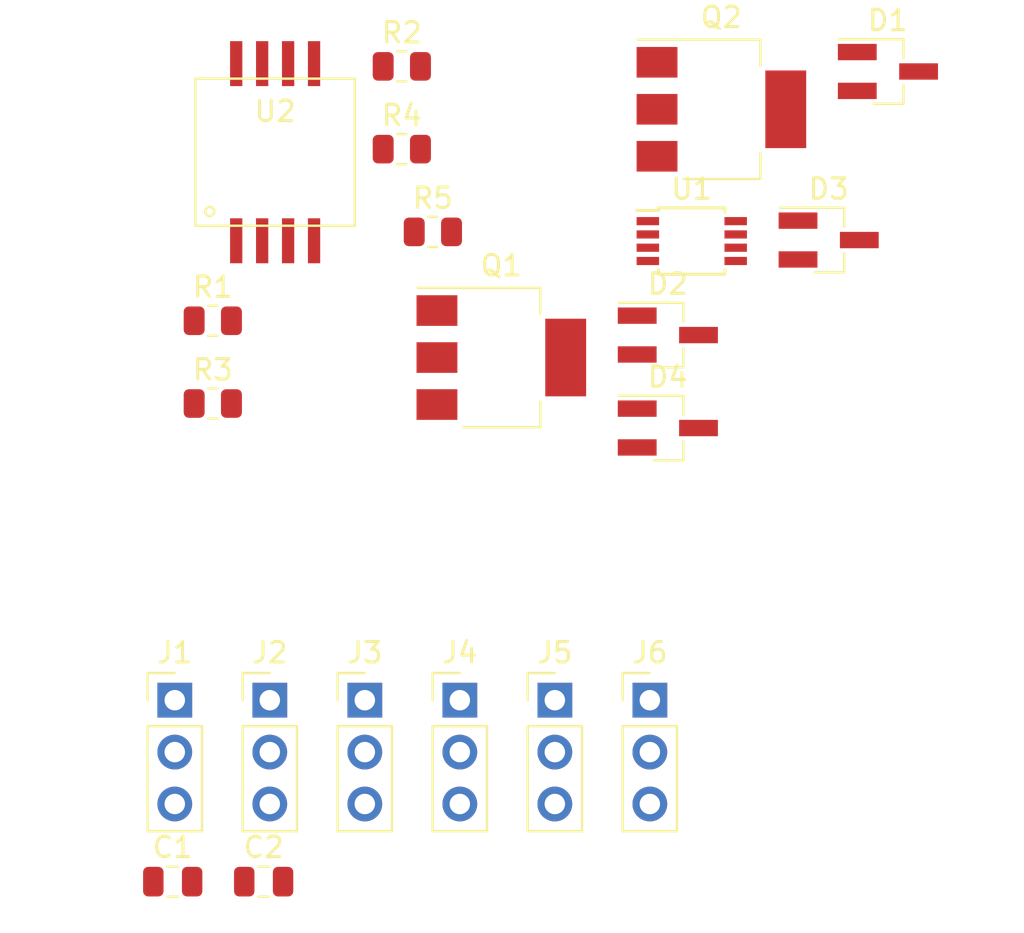
<source format=kicad_pcb>
(kicad_pcb (version 20171130) (host pcbnew "(5.1.9-0-10_14)")

  (general
    (thickness 1.6)
    (drawings 0)
    (tracks 0)
    (zones 0)
    (modules 21)
    (nets 16)
  )

  (page A4)
  (title_block
    (title "TMP108 Temperature Module")
    (date 2020-09-16)
    (rev 1.0)
    (company "PDJR <preeve@pdjr.eu>")
  )

  (layers
    (0 F.Cu signal)
    (31 B.Cu signal)
    (33 F.Adhes user)
    (35 F.Paste user)
    (37 F.SilkS user)
    (38 B.Mask user)
    (39 F.Mask user)
    (40 Dwgs.User user)
    (41 Cmts.User user)
    (42 Eco1.User user)
    (43 Eco2.User user)
    (44 Edge.Cuts user)
    (45 Margin user)
    (46 B.CrtYd user)
    (47 F.CrtYd user)
    (49 F.Fab user)
  )

  (setup
    (last_trace_width 0.25)
    (user_trace_width 0.5)
    (user_trace_width 0.75)
    (user_trace_width 1)
    (user_trace_width 1.5)
    (user_trace_width 2)
    (trace_clearance 0.2)
    (zone_clearance 0.508)
    (zone_45_only no)
    (trace_min 0.2)
    (via_size 0.8)
    (via_drill 0.4)
    (via_min_size 0.4)
    (via_min_drill 0.3)
    (uvia_size 0.3)
    (uvia_drill 0.1)
    (uvias_allowed no)
    (uvia_min_size 0.2)
    (uvia_min_drill 0.1)
    (edge_width 0.1)
    (segment_width 0.2)
    (pcb_text_width 0.3)
    (pcb_text_size 1.5 1.5)
    (mod_edge_width 0.15)
    (mod_text_size 1 1)
    (mod_text_width 0.15)
    (pad_size 1.7 1.7)
    (pad_drill 1)
    (pad_to_mask_clearance 0)
    (aux_axis_origin 0 0)
    (grid_origin 100 0)
    (visible_elements FFFFFF7F)
    (pcbplotparams
      (layerselection 0x010e0_ffffffff)
      (usegerberextensions true)
      (usegerberattributes false)
      (usegerberadvancedattributes false)
      (creategerberjobfile false)
      (excludeedgelayer true)
      (linewidth 0.100000)
      (plotframeref false)
      (viasonmask false)
      (mode 1)
      (useauxorigin false)
      (hpglpennumber 1)
      (hpglpenspeed 20)
      (hpglpendiameter 15.000000)
      (psnegative false)
      (psa4output false)
      (plotreference true)
      (plotvalue true)
      (plotinvisibletext false)
      (padsonsilk false)
      (subtractmaskfromsilk false)
      (outputformat 1)
      (mirror false)
      (drillshape 0)
      (scaleselection 1)
      (outputdirectory "gerber/"))
  )

  (net 0 "")
  (net 1 GND)
  (net 2 +5V)
  (net 3 "Net-(D1-Pad2)")
  (net 4 "Net-(D3-Pad2)")
  (net 5 "Net-(C2-Pad2)")
  (net 6 "Net-(C2-Pad1)")
  (net 7 /D23)
  (net 8 "Net-(C1-Pad1)")
  (net 9 "Net-(Q2-Pad1)")
  (net 10 "Net-(Q2-Pad2)")
  (net 11 "Net-(J1-Pad2)")
  (net 12 "Net-(J1-Pad3)")
  (net 13 "Net-(U1-Pad8)")
  (net 14 "Net-(U1-Pad6)")
  (net 15 "Net-(U1-Pad1)")

  (net_class Default "This is the default net class."
    (clearance 0.2)
    (trace_width 0.25)
    (via_dia 0.8)
    (via_drill 0.4)
    (uvia_dia 0.3)
    (uvia_drill 0.1)
    (add_net +5V)
    (add_net /D23)
    (add_net GND)
    (add_net "Net-(C1-Pad1)")
    (add_net "Net-(C2-Pad1)")
    (add_net "Net-(C2-Pad2)")
    (add_net "Net-(D1-Pad2)")
    (add_net "Net-(D3-Pad2)")
    (add_net "Net-(J1-Pad2)")
    (add_net "Net-(J1-Pad3)")
    (add_net "Net-(Q2-Pad1)")
    (add_net "Net-(Q2-Pad2)")
    (add_net "Net-(U1-Pad1)")
    (add_net "Net-(U1-Pad6)")
    (add_net "Net-(U1-Pad8)")
  )

  (module Resistor_SMD:R_0805_2012Metric (layer F.Cu) (tedit 5F68FEEE) (tstamp 63AD518C)
    (at 260.864 115.8254)
    (descr "Resistor SMD 0805 (2012 Metric), square (rectangular) end terminal, IPC_7351 nominal, (Body size source: IPC-SM-782 page 72, https://www.pcb-3d.com/wordpress/wp-content/uploads/ipc-sm-782a_amendment_1_and_2.pdf), generated with kicad-footprint-generator")
    (tags resistor)
    (path /63B1243B)
    (attr smd)
    (fp_text reference R5 (at 0 -1.65) (layer F.SilkS)
      (effects (font (size 1 1) (thickness 0.15)))
    )
    (fp_text value 10K (at 0 1.65) (layer F.Fab)
      (effects (font (size 1 1) (thickness 0.15)))
    )
    (fp_text user %R (at 0 0) (layer F.Fab)
      (effects (font (size 0.5 0.5) (thickness 0.08)))
    )
    (fp_line (start -1 0.625) (end -1 -0.625) (layer F.Fab) (width 0.1))
    (fp_line (start -1 -0.625) (end 1 -0.625) (layer F.Fab) (width 0.1))
    (fp_line (start 1 -0.625) (end 1 0.625) (layer F.Fab) (width 0.1))
    (fp_line (start 1 0.625) (end -1 0.625) (layer F.Fab) (width 0.1))
    (fp_line (start -0.227064 -0.735) (end 0.227064 -0.735) (layer F.SilkS) (width 0.12))
    (fp_line (start -0.227064 0.735) (end 0.227064 0.735) (layer F.SilkS) (width 0.12))
    (fp_line (start -1.68 0.95) (end -1.68 -0.95) (layer F.CrtYd) (width 0.05))
    (fp_line (start -1.68 -0.95) (end 1.68 -0.95) (layer F.CrtYd) (width 0.05))
    (fp_line (start 1.68 -0.95) (end 1.68 0.95) (layer F.CrtYd) (width 0.05))
    (fp_line (start 1.68 0.95) (end -1.68 0.95) (layer F.CrtYd) (width 0.05))
    (pad 2 smd roundrect (at 0.9125 0) (size 1.025 1.4) (layers F.Cu F.Paste F.Mask) (roundrect_rratio 0.243902)
      (net 12 "Net-(J1-Pad3)"))
    (pad 1 smd roundrect (at -0.9125 0) (size 1.025 1.4) (layers F.Cu F.Paste F.Mask) (roundrect_rratio 0.243902)
      (net 10 "Net-(Q2-Pad2)"))
    (model ${KISYS3DMOD}/Resistor_SMD.3dshapes/R_0805_2012Metric.wrl
      (at (xyz 0 0 0))
      (scale (xyz 1 1 1))
      (rotate (xyz 0 0 0))
    )
  )

  (module Resistor_SMD:R_0805_2012Metric (layer F.Cu) (tedit 5F68FEEE) (tstamp 63AD5175)
    (at 259.344 111.7754)
    (descr "Resistor SMD 0805 (2012 Metric), square (rectangular) end terminal, IPC_7351 nominal, (Body size source: IPC-SM-782 page 72, https://www.pcb-3d.com/wordpress/wp-content/uploads/ipc-sm-782a_amendment_1_and_2.pdf), generated with kicad-footprint-generator")
    (tags resistor)
    (path /63B1D1C0)
    (attr smd)
    (fp_text reference R4 (at 0 -1.65) (layer F.SilkS)
      (effects (font (size 1 1) (thickness 0.15)))
    )
    (fp_text value 1K (at 0 1.65) (layer F.Fab)
      (effects (font (size 1 1) (thickness 0.15)))
    )
    (fp_text user %R (at 0 0) (layer F.Fab)
      (effects (font (size 0.5 0.5) (thickness 0.08)))
    )
    (fp_line (start -1 0.625) (end -1 -0.625) (layer F.Fab) (width 0.1))
    (fp_line (start -1 -0.625) (end 1 -0.625) (layer F.Fab) (width 0.1))
    (fp_line (start 1 -0.625) (end 1 0.625) (layer F.Fab) (width 0.1))
    (fp_line (start 1 0.625) (end -1 0.625) (layer F.Fab) (width 0.1))
    (fp_line (start -0.227064 -0.735) (end 0.227064 -0.735) (layer F.SilkS) (width 0.12))
    (fp_line (start -0.227064 0.735) (end 0.227064 0.735) (layer F.SilkS) (width 0.12))
    (fp_line (start -1.68 0.95) (end -1.68 -0.95) (layer F.CrtYd) (width 0.05))
    (fp_line (start -1.68 -0.95) (end 1.68 -0.95) (layer F.CrtYd) (width 0.05))
    (fp_line (start 1.68 -0.95) (end 1.68 0.95) (layer F.CrtYd) (width 0.05))
    (fp_line (start 1.68 0.95) (end -1.68 0.95) (layer F.CrtYd) (width 0.05))
    (pad 2 smd roundrect (at 0.9125 0) (size 1.025 1.4) (layers F.Cu F.Paste F.Mask) (roundrect_rratio 0.243902)
      (net 11 "Net-(J1-Pad2)"))
    (pad 1 smd roundrect (at -0.9125 0) (size 1.025 1.4) (layers F.Cu F.Paste F.Mask) (roundrect_rratio 0.243902)
      (net 5 "Net-(C2-Pad2)"))
    (model ${KISYS3DMOD}/Resistor_SMD.3dshapes/R_0805_2012Metric.wrl
      (at (xyz 0 0 0))
      (scale (xyz 1 1 1))
      (rotate (xyz 0 0 0))
    )
  )

  (module Resistor_SMD:R_0805_2012Metric (layer F.Cu) (tedit 5F68FEEE) (tstamp 63AD515E)
    (at 250.094 124.2254)
    (descr "Resistor SMD 0805 (2012 Metric), square (rectangular) end terminal, IPC_7351 nominal, (Body size source: IPC-SM-782 page 72, https://www.pcb-3d.com/wordpress/wp-content/uploads/ipc-sm-782a_amendment_1_and_2.pdf), generated with kicad-footprint-generator")
    (tags resistor)
    (path /63AEEA36)
    (attr smd)
    (fp_text reference R3 (at 0 -1.65) (layer F.SilkS)
      (effects (font (size 1 1) (thickness 0.15)))
    )
    (fp_text value 390R (at 0 1.65) (layer F.Fab)
      (effects (font (size 1 1) (thickness 0.15)))
    )
    (fp_text user %R (at 0 0) (layer F.Fab)
      (effects (font (size 0.5 0.5) (thickness 0.08)))
    )
    (fp_line (start -1 0.625) (end -1 -0.625) (layer F.Fab) (width 0.1))
    (fp_line (start -1 -0.625) (end 1 -0.625) (layer F.Fab) (width 0.1))
    (fp_line (start 1 -0.625) (end 1 0.625) (layer F.Fab) (width 0.1))
    (fp_line (start 1 0.625) (end -1 0.625) (layer F.Fab) (width 0.1))
    (fp_line (start -0.227064 -0.735) (end 0.227064 -0.735) (layer F.SilkS) (width 0.12))
    (fp_line (start -0.227064 0.735) (end 0.227064 0.735) (layer F.SilkS) (width 0.12))
    (fp_line (start -1.68 0.95) (end -1.68 -0.95) (layer F.CrtYd) (width 0.05))
    (fp_line (start -1.68 -0.95) (end 1.68 -0.95) (layer F.CrtYd) (width 0.05))
    (fp_line (start 1.68 -0.95) (end 1.68 0.95) (layer F.CrtYd) (width 0.05))
    (fp_line (start 1.68 0.95) (end -1.68 0.95) (layer F.CrtYd) (width 0.05))
    (pad 2 smd roundrect (at 0.9125 0) (size 1.025 1.4) (layers F.Cu F.Paste F.Mask) (roundrect_rratio 0.243902)
      (net 9 "Net-(Q2-Pad1)"))
    (pad 1 smd roundrect (at -0.9125 0) (size 1.025 1.4) (layers F.Cu F.Paste F.Mask) (roundrect_rratio 0.243902)
      (net 5 "Net-(C2-Pad2)"))
    (model ${KISYS3DMOD}/Resistor_SMD.3dshapes/R_0805_2012Metric.wrl
      (at (xyz 0 0 0))
      (scale (xyz 1 1 1))
      (rotate (xyz 0 0 0))
    )
  )

  (module Resistor_SMD:R_0805_2012Metric (layer F.Cu) (tedit 5F68FEEE) (tstamp 63AD5147)
    (at 259.344 107.7254)
    (descr "Resistor SMD 0805 (2012 Metric), square (rectangular) end terminal, IPC_7351 nominal, (Body size source: IPC-SM-782 page 72, https://www.pcb-3d.com/wordpress/wp-content/uploads/ipc-sm-782a_amendment_1_and_2.pdf), generated with kicad-footprint-generator")
    (tags resistor)
    (path /63AF038D)
    (attr smd)
    (fp_text reference R2 (at 0 -1.65) (layer F.SilkS)
      (effects (font (size 1 1) (thickness 0.15)))
    )
    (fp_text value 75R (at 0 1.65) (layer F.Fab)
      (effects (font (size 1 1) (thickness 0.15)))
    )
    (fp_text user %R (at 0 0) (layer F.Fab)
      (effects (font (size 0.5 0.5) (thickness 0.08)))
    )
    (fp_line (start -1 0.625) (end -1 -0.625) (layer F.Fab) (width 0.1))
    (fp_line (start -1 -0.625) (end 1 -0.625) (layer F.Fab) (width 0.1))
    (fp_line (start 1 -0.625) (end 1 0.625) (layer F.Fab) (width 0.1))
    (fp_line (start 1 0.625) (end -1 0.625) (layer F.Fab) (width 0.1))
    (fp_line (start -0.227064 -0.735) (end 0.227064 -0.735) (layer F.SilkS) (width 0.12))
    (fp_line (start -0.227064 0.735) (end 0.227064 0.735) (layer F.SilkS) (width 0.12))
    (fp_line (start -1.68 0.95) (end -1.68 -0.95) (layer F.CrtYd) (width 0.05))
    (fp_line (start -1.68 -0.95) (end 1.68 -0.95) (layer F.CrtYd) (width 0.05))
    (fp_line (start 1.68 -0.95) (end 1.68 0.95) (layer F.CrtYd) (width 0.05))
    (fp_line (start 1.68 0.95) (end -1.68 0.95) (layer F.CrtYd) (width 0.05))
    (pad 2 smd roundrect (at 0.9125 0) (size 1.025 1.4) (layers F.Cu F.Paste F.Mask) (roundrect_rratio 0.243902)
      (net 8 "Net-(C1-Pad1)"))
    (pad 1 smd roundrect (at -0.9125 0) (size 1.025 1.4) (layers F.Cu F.Paste F.Mask) (roundrect_rratio 0.243902)
      (net 1 GND))
    (model ${KISYS3DMOD}/Resistor_SMD.3dshapes/R_0805_2012Metric.wrl
      (at (xyz 0 0 0))
      (scale (xyz 1 1 1))
      (rotate (xyz 0 0 0))
    )
  )

  (module Resistor_SMD:R_0805_2012Metric (layer F.Cu) (tedit 5F68FEEE) (tstamp 63AD5130)
    (at 250.094 120.1754)
    (descr "Resistor SMD 0805 (2012 Metric), square (rectangular) end terminal, IPC_7351 nominal, (Body size source: IPC-SM-782 page 72, https://www.pcb-3d.com/wordpress/wp-content/uploads/ipc-sm-782a_amendment_1_and_2.pdf), generated with kicad-footprint-generator")
    (tags resistor)
    (path /63AD34A5)
    (attr smd)
    (fp_text reference R1 (at 0 -1.65) (layer F.SilkS)
      (effects (font (size 1 1) (thickness 0.15)))
    )
    (fp_text value 2K2 (at 0 1.65) (layer F.Fab)
      (effects (font (size 1 1) (thickness 0.15)))
    )
    (fp_text user %R (at 0 0) (layer F.Fab)
      (effects (font (size 0.5 0.5) (thickness 0.08)))
    )
    (fp_line (start -1 0.625) (end -1 -0.625) (layer F.Fab) (width 0.1))
    (fp_line (start -1 -0.625) (end 1 -0.625) (layer F.Fab) (width 0.1))
    (fp_line (start 1 -0.625) (end 1 0.625) (layer F.Fab) (width 0.1))
    (fp_line (start 1 0.625) (end -1 0.625) (layer F.Fab) (width 0.1))
    (fp_line (start -0.227064 -0.735) (end 0.227064 -0.735) (layer F.SilkS) (width 0.12))
    (fp_line (start -0.227064 0.735) (end 0.227064 0.735) (layer F.SilkS) (width 0.12))
    (fp_line (start -1.68 0.95) (end -1.68 -0.95) (layer F.CrtYd) (width 0.05))
    (fp_line (start -1.68 -0.95) (end 1.68 -0.95) (layer F.CrtYd) (width 0.05))
    (fp_line (start 1.68 -0.95) (end 1.68 0.95) (layer F.CrtYd) (width 0.05))
    (fp_line (start 1.68 0.95) (end -1.68 0.95) (layer F.CrtYd) (width 0.05))
    (pad 2 smd roundrect (at 0.9125 0) (size 1.025 1.4) (layers F.Cu F.Paste F.Mask) (roundrect_rratio 0.243902)
      (net 2 +5V))
    (pad 1 smd roundrect (at -0.9125 0) (size 1.025 1.4) (layers F.Cu F.Paste F.Mask) (roundrect_rratio 0.243902)
      (net 7 /D23))
    (model ${KISYS3DMOD}/Resistor_SMD.3dshapes/R_0805_2012Metric.wrl
      (at (xyz 0 0 0))
      (scale (xyz 1 1 1))
      (rotate (xyz 0 0 0))
    )
  )

  (module Connector_PinHeader_2.54mm:PinHeader_1x03_P2.54mm_Vertical (layer F.Cu) (tedit 59FED5CC) (tstamp 63ADA789)
    (at 271.4828 138.7448)
    (descr "Through hole straight pin header, 1x03, 2.54mm pitch, single row")
    (tags "Through hole pin header THT 1x03 2.54mm single row")
    (path /63ADAC5C)
    (fp_text reference J6 (at 0 -2.33) (layer F.SilkS)
      (effects (font (size 1 1) (thickness 0.15)))
    )
    (fp_text value Screw_Terminal_01x03 (at 0 7.41) (layer F.Fab)
      (effects (font (size 1 1) (thickness 0.15)))
    )
    (fp_text user %R (at 0 2.54 90) (layer F.Fab)
      (effects (font (size 1 1) (thickness 0.15)))
    )
    (fp_line (start -0.635 -1.27) (end 1.27 -1.27) (layer F.Fab) (width 0.1))
    (fp_line (start 1.27 -1.27) (end 1.27 6.35) (layer F.Fab) (width 0.1))
    (fp_line (start 1.27 6.35) (end -1.27 6.35) (layer F.Fab) (width 0.1))
    (fp_line (start -1.27 6.35) (end -1.27 -0.635) (layer F.Fab) (width 0.1))
    (fp_line (start -1.27 -0.635) (end -0.635 -1.27) (layer F.Fab) (width 0.1))
    (fp_line (start -1.33 6.41) (end 1.33 6.41) (layer F.SilkS) (width 0.12))
    (fp_line (start -1.33 1.27) (end -1.33 6.41) (layer F.SilkS) (width 0.12))
    (fp_line (start 1.33 1.27) (end 1.33 6.41) (layer F.SilkS) (width 0.12))
    (fp_line (start -1.33 1.27) (end 1.33 1.27) (layer F.SilkS) (width 0.12))
    (fp_line (start -1.33 0) (end -1.33 -1.33) (layer F.SilkS) (width 0.12))
    (fp_line (start -1.33 -1.33) (end 0 -1.33) (layer F.SilkS) (width 0.12))
    (fp_line (start -1.8 -1.8) (end -1.8 6.85) (layer F.CrtYd) (width 0.05))
    (fp_line (start -1.8 6.85) (end 1.8 6.85) (layer F.CrtYd) (width 0.05))
    (fp_line (start 1.8 6.85) (end 1.8 -1.8) (layer F.CrtYd) (width 0.05))
    (fp_line (start 1.8 -1.8) (end -1.8 -1.8) (layer F.CrtYd) (width 0.05))
    (pad 3 thru_hole oval (at 0 5.08) (size 1.7 1.7) (drill 1) (layers *.Cu *.Mask)
      (net 12 "Net-(J1-Pad3)"))
    (pad 2 thru_hole oval (at 0 2.54) (size 1.7 1.7) (drill 1) (layers *.Cu *.Mask)
      (net 11 "Net-(J1-Pad2)"))
    (pad 1 thru_hole rect (at 0 0) (size 1.7 1.7) (drill 1) (layers *.Cu *.Mask)
      (net 6 "Net-(C2-Pad1)"))
    (model ${KISYS3DMOD}/Connector_PinHeader_2.54mm.3dshapes/PinHeader_1x03_P2.54mm_Vertical.wrl
      (at (xyz 0 0 0))
      (scale (xyz 1 1 1))
      (rotate (xyz 0 0 0))
    )
  )

  (module Connector_PinHeader_2.54mm:PinHeader_1x03_P2.54mm_Vertical (layer F.Cu) (tedit 59FED5CC) (tstamp 63ADA772)
    (at 266.8328 138.7448)
    (descr "Through hole straight pin header, 1x03, 2.54mm pitch, single row")
    (tags "Through hole pin header THT 1x03 2.54mm single row")
    (path /63ADA5C9)
    (fp_text reference J5 (at 0 -2.33) (layer F.SilkS)
      (effects (font (size 1 1) (thickness 0.15)))
    )
    (fp_text value Screw_Terminal_01x03 (at 0 7.41) (layer F.Fab)
      (effects (font (size 1 1) (thickness 0.15)))
    )
    (fp_text user %R (at 0 2.54 90) (layer F.Fab)
      (effects (font (size 1 1) (thickness 0.15)))
    )
    (fp_line (start -0.635 -1.27) (end 1.27 -1.27) (layer F.Fab) (width 0.1))
    (fp_line (start 1.27 -1.27) (end 1.27 6.35) (layer F.Fab) (width 0.1))
    (fp_line (start 1.27 6.35) (end -1.27 6.35) (layer F.Fab) (width 0.1))
    (fp_line (start -1.27 6.35) (end -1.27 -0.635) (layer F.Fab) (width 0.1))
    (fp_line (start -1.27 -0.635) (end -0.635 -1.27) (layer F.Fab) (width 0.1))
    (fp_line (start -1.33 6.41) (end 1.33 6.41) (layer F.SilkS) (width 0.12))
    (fp_line (start -1.33 1.27) (end -1.33 6.41) (layer F.SilkS) (width 0.12))
    (fp_line (start 1.33 1.27) (end 1.33 6.41) (layer F.SilkS) (width 0.12))
    (fp_line (start -1.33 1.27) (end 1.33 1.27) (layer F.SilkS) (width 0.12))
    (fp_line (start -1.33 0) (end -1.33 -1.33) (layer F.SilkS) (width 0.12))
    (fp_line (start -1.33 -1.33) (end 0 -1.33) (layer F.SilkS) (width 0.12))
    (fp_line (start -1.8 -1.8) (end -1.8 6.85) (layer F.CrtYd) (width 0.05))
    (fp_line (start -1.8 6.85) (end 1.8 6.85) (layer F.CrtYd) (width 0.05))
    (fp_line (start 1.8 6.85) (end 1.8 -1.8) (layer F.CrtYd) (width 0.05))
    (fp_line (start 1.8 -1.8) (end -1.8 -1.8) (layer F.CrtYd) (width 0.05))
    (pad 3 thru_hole oval (at 0 5.08) (size 1.7 1.7) (drill 1) (layers *.Cu *.Mask)
      (net 12 "Net-(J1-Pad3)"))
    (pad 2 thru_hole oval (at 0 2.54) (size 1.7 1.7) (drill 1) (layers *.Cu *.Mask)
      (net 11 "Net-(J1-Pad2)"))
    (pad 1 thru_hole rect (at 0 0) (size 1.7 1.7) (drill 1) (layers *.Cu *.Mask)
      (net 6 "Net-(C2-Pad1)"))
    (model ${KISYS3DMOD}/Connector_PinHeader_2.54mm.3dshapes/PinHeader_1x03_P2.54mm_Vertical.wrl
      (at (xyz 0 0 0))
      (scale (xyz 1 1 1))
      (rotate (xyz 0 0 0))
    )
  )

  (module Connector_PinHeader_2.54mm:PinHeader_1x03_P2.54mm_Vertical (layer F.Cu) (tedit 59FED5CC) (tstamp 63ADA75B)
    (at 262.1828 138.7448)
    (descr "Through hole straight pin header, 1x03, 2.54mm pitch, single row")
    (tags "Through hole pin header THT 1x03 2.54mm single row")
    (path /63AD9EB1)
    (fp_text reference J4 (at 0 -2.33) (layer F.SilkS)
      (effects (font (size 1 1) (thickness 0.15)))
    )
    (fp_text value Screw_Terminal_01x03 (at 0 7.41) (layer F.Fab)
      (effects (font (size 1 1) (thickness 0.15)))
    )
    (fp_text user %R (at 0 2.54 90) (layer F.Fab)
      (effects (font (size 1 1) (thickness 0.15)))
    )
    (fp_line (start -0.635 -1.27) (end 1.27 -1.27) (layer F.Fab) (width 0.1))
    (fp_line (start 1.27 -1.27) (end 1.27 6.35) (layer F.Fab) (width 0.1))
    (fp_line (start 1.27 6.35) (end -1.27 6.35) (layer F.Fab) (width 0.1))
    (fp_line (start -1.27 6.35) (end -1.27 -0.635) (layer F.Fab) (width 0.1))
    (fp_line (start -1.27 -0.635) (end -0.635 -1.27) (layer F.Fab) (width 0.1))
    (fp_line (start -1.33 6.41) (end 1.33 6.41) (layer F.SilkS) (width 0.12))
    (fp_line (start -1.33 1.27) (end -1.33 6.41) (layer F.SilkS) (width 0.12))
    (fp_line (start 1.33 1.27) (end 1.33 6.41) (layer F.SilkS) (width 0.12))
    (fp_line (start -1.33 1.27) (end 1.33 1.27) (layer F.SilkS) (width 0.12))
    (fp_line (start -1.33 0) (end -1.33 -1.33) (layer F.SilkS) (width 0.12))
    (fp_line (start -1.33 -1.33) (end 0 -1.33) (layer F.SilkS) (width 0.12))
    (fp_line (start -1.8 -1.8) (end -1.8 6.85) (layer F.CrtYd) (width 0.05))
    (fp_line (start -1.8 6.85) (end 1.8 6.85) (layer F.CrtYd) (width 0.05))
    (fp_line (start 1.8 6.85) (end 1.8 -1.8) (layer F.CrtYd) (width 0.05))
    (fp_line (start 1.8 -1.8) (end -1.8 -1.8) (layer F.CrtYd) (width 0.05))
    (pad 3 thru_hole oval (at 0 5.08) (size 1.7 1.7) (drill 1) (layers *.Cu *.Mask)
      (net 12 "Net-(J1-Pad3)"))
    (pad 2 thru_hole oval (at 0 2.54) (size 1.7 1.7) (drill 1) (layers *.Cu *.Mask)
      (net 11 "Net-(J1-Pad2)"))
    (pad 1 thru_hole rect (at 0 0) (size 1.7 1.7) (drill 1) (layers *.Cu *.Mask)
      (net 6 "Net-(C2-Pad1)"))
    (model ${KISYS3DMOD}/Connector_PinHeader_2.54mm.3dshapes/PinHeader_1x03_P2.54mm_Vertical.wrl
      (at (xyz 0 0 0))
      (scale (xyz 1 1 1))
      (rotate (xyz 0 0 0))
    )
  )

  (module Connector_PinHeader_2.54mm:PinHeader_1x03_P2.54mm_Vertical (layer F.Cu) (tedit 59FED5CC) (tstamp 63ADA744)
    (at 257.5328 138.7448)
    (descr "Through hole straight pin header, 1x03, 2.54mm pitch, single row")
    (tags "Through hole pin header THT 1x03 2.54mm single row")
    (path /63AD976B)
    (fp_text reference J3 (at 0 -2.33) (layer F.SilkS)
      (effects (font (size 1 1) (thickness 0.15)))
    )
    (fp_text value Screw_Terminal_01x03 (at 0 7.41) (layer F.Fab)
      (effects (font (size 1 1) (thickness 0.15)))
    )
    (fp_text user %R (at 0 2.54 90) (layer F.Fab)
      (effects (font (size 1 1) (thickness 0.15)))
    )
    (fp_line (start -0.635 -1.27) (end 1.27 -1.27) (layer F.Fab) (width 0.1))
    (fp_line (start 1.27 -1.27) (end 1.27 6.35) (layer F.Fab) (width 0.1))
    (fp_line (start 1.27 6.35) (end -1.27 6.35) (layer F.Fab) (width 0.1))
    (fp_line (start -1.27 6.35) (end -1.27 -0.635) (layer F.Fab) (width 0.1))
    (fp_line (start -1.27 -0.635) (end -0.635 -1.27) (layer F.Fab) (width 0.1))
    (fp_line (start -1.33 6.41) (end 1.33 6.41) (layer F.SilkS) (width 0.12))
    (fp_line (start -1.33 1.27) (end -1.33 6.41) (layer F.SilkS) (width 0.12))
    (fp_line (start 1.33 1.27) (end 1.33 6.41) (layer F.SilkS) (width 0.12))
    (fp_line (start -1.33 1.27) (end 1.33 1.27) (layer F.SilkS) (width 0.12))
    (fp_line (start -1.33 0) (end -1.33 -1.33) (layer F.SilkS) (width 0.12))
    (fp_line (start -1.33 -1.33) (end 0 -1.33) (layer F.SilkS) (width 0.12))
    (fp_line (start -1.8 -1.8) (end -1.8 6.85) (layer F.CrtYd) (width 0.05))
    (fp_line (start -1.8 6.85) (end 1.8 6.85) (layer F.CrtYd) (width 0.05))
    (fp_line (start 1.8 6.85) (end 1.8 -1.8) (layer F.CrtYd) (width 0.05))
    (fp_line (start 1.8 -1.8) (end -1.8 -1.8) (layer F.CrtYd) (width 0.05))
    (pad 3 thru_hole oval (at 0 5.08) (size 1.7 1.7) (drill 1) (layers *.Cu *.Mask)
      (net 12 "Net-(J1-Pad3)"))
    (pad 2 thru_hole oval (at 0 2.54) (size 1.7 1.7) (drill 1) (layers *.Cu *.Mask)
      (net 11 "Net-(J1-Pad2)"))
    (pad 1 thru_hole rect (at 0 0) (size 1.7 1.7) (drill 1) (layers *.Cu *.Mask)
      (net 6 "Net-(C2-Pad1)"))
    (model ${KISYS3DMOD}/Connector_PinHeader_2.54mm.3dshapes/PinHeader_1x03_P2.54mm_Vertical.wrl
      (at (xyz 0 0 0))
      (scale (xyz 1 1 1))
      (rotate (xyz 0 0 0))
    )
  )

  (module Connector_PinHeader_2.54mm:PinHeader_1x03_P2.54mm_Vertical (layer F.Cu) (tedit 59FED5CC) (tstamp 63ADA72D)
    (at 252.8828 138.7448)
    (descr "Through hole straight pin header, 1x03, 2.54mm pitch, single row")
    (tags "Through hole pin header THT 1x03 2.54mm single row")
    (path /63AD8D97)
    (fp_text reference J2 (at 0 -2.33) (layer F.SilkS)
      (effects (font (size 1 1) (thickness 0.15)))
    )
    (fp_text value Screw_Terminal_01x03 (at 0 7.41) (layer F.Fab)
      (effects (font (size 1 1) (thickness 0.15)))
    )
    (fp_text user %R (at 0 2.54 90) (layer F.Fab)
      (effects (font (size 1 1) (thickness 0.15)))
    )
    (fp_line (start -0.635 -1.27) (end 1.27 -1.27) (layer F.Fab) (width 0.1))
    (fp_line (start 1.27 -1.27) (end 1.27 6.35) (layer F.Fab) (width 0.1))
    (fp_line (start 1.27 6.35) (end -1.27 6.35) (layer F.Fab) (width 0.1))
    (fp_line (start -1.27 6.35) (end -1.27 -0.635) (layer F.Fab) (width 0.1))
    (fp_line (start -1.27 -0.635) (end -0.635 -1.27) (layer F.Fab) (width 0.1))
    (fp_line (start -1.33 6.41) (end 1.33 6.41) (layer F.SilkS) (width 0.12))
    (fp_line (start -1.33 1.27) (end -1.33 6.41) (layer F.SilkS) (width 0.12))
    (fp_line (start 1.33 1.27) (end 1.33 6.41) (layer F.SilkS) (width 0.12))
    (fp_line (start -1.33 1.27) (end 1.33 1.27) (layer F.SilkS) (width 0.12))
    (fp_line (start -1.33 0) (end -1.33 -1.33) (layer F.SilkS) (width 0.12))
    (fp_line (start -1.33 -1.33) (end 0 -1.33) (layer F.SilkS) (width 0.12))
    (fp_line (start -1.8 -1.8) (end -1.8 6.85) (layer F.CrtYd) (width 0.05))
    (fp_line (start -1.8 6.85) (end 1.8 6.85) (layer F.CrtYd) (width 0.05))
    (fp_line (start 1.8 6.85) (end 1.8 -1.8) (layer F.CrtYd) (width 0.05))
    (fp_line (start 1.8 -1.8) (end -1.8 -1.8) (layer F.CrtYd) (width 0.05))
    (pad 3 thru_hole oval (at 0 5.08) (size 1.7 1.7) (drill 1) (layers *.Cu *.Mask)
      (net 12 "Net-(J1-Pad3)"))
    (pad 2 thru_hole oval (at 0 2.54) (size 1.7 1.7) (drill 1) (layers *.Cu *.Mask)
      (net 11 "Net-(J1-Pad2)"))
    (pad 1 thru_hole rect (at 0 0) (size 1.7 1.7) (drill 1) (layers *.Cu *.Mask)
      (net 6 "Net-(C2-Pad1)"))
    (model ${KISYS3DMOD}/Connector_PinHeader_2.54mm.3dshapes/PinHeader_1x03_P2.54mm_Vertical.wrl
      (at (xyz 0 0 0))
      (scale (xyz 1 1 1))
      (rotate (xyz 0 0 0))
    )
  )

  (module Connector_PinHeader_2.54mm:PinHeader_1x03_P2.54mm_Vertical (layer F.Cu) (tedit 59FED5CC) (tstamp 63ADA716)
    (at 248.2328 138.7448)
    (descr "Through hole straight pin header, 1x03, 2.54mm pitch, single row")
    (tags "Through hole pin header THT 1x03 2.54mm single row")
    (path /63AD1FF3)
    (fp_text reference J1 (at 0 -2.33) (layer F.SilkS)
      (effects (font (size 1 1) (thickness 0.15)))
    )
    (fp_text value Screw_Terminal_01x03 (at 0 7.41) (layer F.Fab)
      (effects (font (size 1 1) (thickness 0.15)))
    )
    (fp_text user %R (at 0 2.54 90) (layer F.Fab)
      (effects (font (size 1 1) (thickness 0.15)))
    )
    (fp_line (start -0.635 -1.27) (end 1.27 -1.27) (layer F.Fab) (width 0.1))
    (fp_line (start 1.27 -1.27) (end 1.27 6.35) (layer F.Fab) (width 0.1))
    (fp_line (start 1.27 6.35) (end -1.27 6.35) (layer F.Fab) (width 0.1))
    (fp_line (start -1.27 6.35) (end -1.27 -0.635) (layer F.Fab) (width 0.1))
    (fp_line (start -1.27 -0.635) (end -0.635 -1.27) (layer F.Fab) (width 0.1))
    (fp_line (start -1.33 6.41) (end 1.33 6.41) (layer F.SilkS) (width 0.12))
    (fp_line (start -1.33 1.27) (end -1.33 6.41) (layer F.SilkS) (width 0.12))
    (fp_line (start 1.33 1.27) (end 1.33 6.41) (layer F.SilkS) (width 0.12))
    (fp_line (start -1.33 1.27) (end 1.33 1.27) (layer F.SilkS) (width 0.12))
    (fp_line (start -1.33 0) (end -1.33 -1.33) (layer F.SilkS) (width 0.12))
    (fp_line (start -1.33 -1.33) (end 0 -1.33) (layer F.SilkS) (width 0.12))
    (fp_line (start -1.8 -1.8) (end -1.8 6.85) (layer F.CrtYd) (width 0.05))
    (fp_line (start -1.8 6.85) (end 1.8 6.85) (layer F.CrtYd) (width 0.05))
    (fp_line (start 1.8 6.85) (end 1.8 -1.8) (layer F.CrtYd) (width 0.05))
    (fp_line (start 1.8 -1.8) (end -1.8 -1.8) (layer F.CrtYd) (width 0.05))
    (pad 3 thru_hole oval (at 0 5.08) (size 1.7 1.7) (drill 1) (layers *.Cu *.Mask)
      (net 12 "Net-(J1-Pad3)"))
    (pad 2 thru_hole oval (at 0 2.54) (size 1.7 1.7) (drill 1) (layers *.Cu *.Mask)
      (net 11 "Net-(J1-Pad2)"))
    (pad 1 thru_hole rect (at 0 0) (size 1.7 1.7) (drill 1) (layers *.Cu *.Mask)
      (net 6 "Net-(C2-Pad1)"))
    (model ${KISYS3DMOD}/Connector_PinHeader_2.54mm.3dshapes/PinHeader_1x03_P2.54mm_Vertical.wrl
      (at (xyz 0 0 0))
      (scale (xyz 1 1 1))
      (rotate (xyz 0 0 0))
    )
  )

  (module Capacitor_SMD:C_0805_2012Metric (layer F.Cu) (tedit 5F68FEEE) (tstamp 63ADA65F)
    (at 252.5828 147.6248)
    (descr "Capacitor SMD 0805 (2012 Metric), square (rectangular) end terminal, IPC_7351 nominal, (Body size source: IPC-SM-782 page 76, https://www.pcb-3d.com/wordpress/wp-content/uploads/ipc-sm-782a_amendment_1_and_2.pdf, https://docs.google.com/spreadsheets/d/1BsfQQcO9C6DZCsRaXUlFlo91Tg2WpOkGARC1WS5S8t0/edit?usp=sharing), generated with kicad-footprint-generator")
    (tags capacitor)
    (path /63AE3F80)
    (attr smd)
    (fp_text reference C2 (at 0 -1.68) (layer F.SilkS)
      (effects (font (size 1 1) (thickness 0.15)))
    )
    (fp_text value 1nF (at 0 1.68) (layer F.Fab)
      (effects (font (size 1 1) (thickness 0.15)))
    )
    (fp_text user %R (at 0 0) (layer F.Fab)
      (effects (font (size 0.5 0.5) (thickness 0.08)))
    )
    (fp_line (start -1 0.625) (end -1 -0.625) (layer F.Fab) (width 0.1))
    (fp_line (start -1 -0.625) (end 1 -0.625) (layer F.Fab) (width 0.1))
    (fp_line (start 1 -0.625) (end 1 0.625) (layer F.Fab) (width 0.1))
    (fp_line (start 1 0.625) (end -1 0.625) (layer F.Fab) (width 0.1))
    (fp_line (start -0.261252 -0.735) (end 0.261252 -0.735) (layer F.SilkS) (width 0.12))
    (fp_line (start -0.261252 0.735) (end 0.261252 0.735) (layer F.SilkS) (width 0.12))
    (fp_line (start -1.7 0.98) (end -1.7 -0.98) (layer F.CrtYd) (width 0.05))
    (fp_line (start -1.7 -0.98) (end 1.7 -0.98) (layer F.CrtYd) (width 0.05))
    (fp_line (start 1.7 -0.98) (end 1.7 0.98) (layer F.CrtYd) (width 0.05))
    (fp_line (start 1.7 0.98) (end -1.7 0.98) (layer F.CrtYd) (width 0.05))
    (pad 2 smd roundrect (at 0.95 0) (size 1 1.45) (layers F.Cu F.Paste F.Mask) (roundrect_rratio 0.25)
      (net 5 "Net-(C2-Pad2)"))
    (pad 1 smd roundrect (at -0.95 0) (size 1 1.45) (layers F.Cu F.Paste F.Mask) (roundrect_rratio 0.25)
      (net 6 "Net-(C2-Pad1)"))
    (model ${KISYS3DMOD}/Capacitor_SMD.3dshapes/C_0805_2012Metric.wrl
      (at (xyz 0 0 0))
      (scale (xyz 1 1 1))
      (rotate (xyz 0 0 0))
    )
  )

  (module Capacitor_SMD:C_0805_2012Metric (layer F.Cu) (tedit 5F68FEEE) (tstamp 63ADA64E)
    (at 248.1328 147.6248)
    (descr "Capacitor SMD 0805 (2012 Metric), square (rectangular) end terminal, IPC_7351 nominal, (Body size source: IPC-SM-782 page 76, https://www.pcb-3d.com/wordpress/wp-content/uploads/ipc-sm-782a_amendment_1_and_2.pdf, https://docs.google.com/spreadsheets/d/1BsfQQcO9C6DZCsRaXUlFlo91Tg2WpOkGARC1WS5S8t0/edit?usp=sharing), generated with kicad-footprint-generator")
    (tags capacitor)
    (path /63AE49A1)
    (attr smd)
    (fp_text reference C1 (at 0 -1.68) (layer F.SilkS)
      (effects (font (size 1 1) (thickness 0.15)))
    )
    (fp_text value 20nF (at 0 1.68) (layer F.Fab)
      (effects (font (size 1 1) (thickness 0.15)))
    )
    (fp_text user %R (at 0 0) (layer F.Fab)
      (effects (font (size 0.5 0.5) (thickness 0.08)))
    )
    (fp_line (start -1 0.625) (end -1 -0.625) (layer F.Fab) (width 0.1))
    (fp_line (start -1 -0.625) (end 1 -0.625) (layer F.Fab) (width 0.1))
    (fp_line (start 1 -0.625) (end 1 0.625) (layer F.Fab) (width 0.1))
    (fp_line (start 1 0.625) (end -1 0.625) (layer F.Fab) (width 0.1))
    (fp_line (start -0.261252 -0.735) (end 0.261252 -0.735) (layer F.SilkS) (width 0.12))
    (fp_line (start -0.261252 0.735) (end 0.261252 0.735) (layer F.SilkS) (width 0.12))
    (fp_line (start -1.7 0.98) (end -1.7 -0.98) (layer F.CrtYd) (width 0.05))
    (fp_line (start -1.7 -0.98) (end 1.7 -0.98) (layer F.CrtYd) (width 0.05))
    (fp_line (start 1.7 -0.98) (end 1.7 0.98) (layer F.CrtYd) (width 0.05))
    (fp_line (start 1.7 0.98) (end -1.7 0.98) (layer F.CrtYd) (width 0.05))
    (pad 2 smd roundrect (at 0.95 0) (size 1 1.45) (layers F.Cu F.Paste F.Mask) (roundrect_rratio 0.25)
      (net 1 GND))
    (pad 1 smd roundrect (at -0.95 0) (size 1 1.45) (layers F.Cu F.Paste F.Mask) (roundrect_rratio 0.25)
      (net 8 "Net-(C1-Pad1)"))
    (model ${KISYS3DMOD}/Capacitor_SMD.3dshapes/C_0805_2012Metric.wrl
      (at (xyz 0 0 0))
      (scale (xyz 1 1 1))
      (rotate (xyz 0 0 0))
    )
  )

  (module PDJR-transformers:TGM-010P3RL (layer F.Cu) (tedit 63ACF0B1) (tstamp 63AD51BE)
    (at 253.144 111.9254)
    (path /63B2BF6F)
    (attr smd)
    (fp_text reference U2 (at 0 -2 180) (layer F.SilkS)
      (effects (font (size 1 1) (thickness 0.15)))
    )
    (fp_text value TGM-010P3RL (at 0 1.9) (layer F.Fab)
      (effects (font (size 1 1) (thickness 0.15)))
    )
    (fp_circle (center -3.2 2.9) (end -3.1 3.1) (layer F.SilkS) (width 0.12))
    (fp_line (start -4.1 5.69) (end -4.1 -5.7) (layer F.CrtYd) (width 0.05))
    (fp_line (start 4.1 5.7) (end -4.1 5.69) (layer F.CrtYd) (width 0.05))
    (fp_line (start 4.1 -5.7) (end 4.1 5.7) (layer F.CrtYd) (width 0.05))
    (fp_line (start -4.1 -5.7) (end 4.1 -5.7) (layer F.CrtYd) (width 0.05))
    (fp_line (start 3.9 3.6) (end -3.9 3.6) (layer F.SilkS) (width 0.12))
    (fp_line (start 3.9 -3.6) (end 3.9 3.6) (layer F.SilkS) (width 0.12))
    (fp_line (start -3.9 -3.6) (end 3.9 -3.6) (layer F.SilkS) (width 0.12))
    (fp_line (start -3.9 3.6) (end -3.9 -3.6) (layer F.SilkS) (width 0.12))
    (pad 4 smd rect (at 1.905 4.335) (size 0.6 2.2) (layers F.Cu F.Paste F.Mask)
      (net 13 "Net-(U1-Pad8)"))
    (pad 5 smd rect (at 1.905 -4.335) (size 0.6 2.2) (layers F.Cu F.Paste F.Mask)
      (net 4 "Net-(D3-Pad2)"))
    (pad 3 smd rect (at 0.635 4.335) (size 0.6 2.2) (layers F.Cu F.Paste F.Mask)
      (net 2 +5V))
    (pad 6 smd rect (at 0.635 -4.335) (size 0.6 2.2) (layers F.Cu F.Paste F.Mask))
    (pad 2 smd rect (at -0.635 4.335) (size 0.6 2.2) (layers F.Cu F.Paste F.Mask)
      (net 2 +5V))
    (pad 7 smd rect (at -0.635 -4.335) (size 0.6 2.2) (layers F.Cu F.Paste F.Mask))
    (pad 1 smd rect (at -1.905 4.335) (size 0.6 2.2) (layers F.Cu F.Paste F.Mask)
      (net 15 "Net-(U1-Pad1)"))
    (pad 8 smd rect (at -1.905 -4.335) (size 0.6 2.2) (layers F.Cu F.Paste F.Mask)
      (net 3 "Net-(D1-Pad2)"))
  )

  (module Package_SO:TSSOP-8_3x3mm_P0.65mm (layer F.Cu) (tedit 5A02F25C) (tstamp 63AD51A9)
    (at 273.534 116.2754)
    (descr "TSSOP8: plastic thin shrink small outline package; 8 leads; body width 3 mm; (see NXP SSOP-TSSOP-VSO-REFLOW.pdf and sot505-1_po.pdf)")
    (tags "SSOP 0.65")
    (path /63B0715F)
    (attr smd)
    (fp_text reference U1 (at 0 -2.55) (layer F.SilkS)
      (effects (font (size 1 1) (thickness 0.15)))
    )
    (fp_text value MAX845 (at 0 2.55) (layer F.Fab)
      (effects (font (size 1 1) (thickness 0.15)))
    )
    (fp_line (start -1.625 -1.5) (end -2.7 -1.5) (layer F.SilkS) (width 0.15))
    (fp_line (start -1.625 1.625) (end 1.625 1.625) (layer F.SilkS) (width 0.15))
    (fp_line (start -1.625 -1.625) (end 1.625 -1.625) (layer F.SilkS) (width 0.15))
    (fp_line (start -1.625 1.625) (end -1.625 1.4) (layer F.SilkS) (width 0.15))
    (fp_line (start 1.625 1.625) (end 1.625 1.4) (layer F.SilkS) (width 0.15))
    (fp_line (start 1.625 -1.625) (end 1.625 -1.4) (layer F.SilkS) (width 0.15))
    (fp_line (start -1.625 -1.625) (end -1.625 -1.5) (layer F.SilkS) (width 0.15))
    (fp_line (start -2.95 1.8) (end 2.95 1.8) (layer F.CrtYd) (width 0.05))
    (fp_line (start -2.95 -1.8) (end 2.95 -1.8) (layer F.CrtYd) (width 0.05))
    (fp_line (start 2.95 -1.8) (end 2.95 1.8) (layer F.CrtYd) (width 0.05))
    (fp_line (start -2.95 -1.8) (end -2.95 1.8) (layer F.CrtYd) (width 0.05))
    (fp_line (start -1.5 -0.5) (end -0.5 -1.5) (layer F.Fab) (width 0.15))
    (fp_line (start -1.5 1.5) (end -1.5 -0.5) (layer F.Fab) (width 0.15))
    (fp_line (start 1.5 1.5) (end -1.5 1.5) (layer F.Fab) (width 0.15))
    (fp_line (start 1.5 -1.5) (end 1.5 1.5) (layer F.Fab) (width 0.15))
    (fp_line (start -0.5 -1.5) (end 1.5 -1.5) (layer F.Fab) (width 0.15))
    (fp_text user %R (at 0 0) (layer F.Fab)
      (effects (font (size 0.6 0.6) (thickness 0.15)))
    )
    (pad 8 smd rect (at 2.15 -0.975) (size 1.1 0.4) (layers F.Cu F.Paste F.Mask)
      (net 13 "Net-(U1-Pad8)"))
    (pad 7 smd rect (at 2.15 -0.325) (size 1.1 0.4) (layers F.Cu F.Paste F.Mask)
      (net 8 "Net-(C1-Pad1)"))
    (pad 6 smd rect (at 2.15 0.325) (size 1.1 0.4) (layers F.Cu F.Paste F.Mask)
      (net 14 "Net-(U1-Pad6)"))
    (pad 5 smd rect (at 2.15 0.975) (size 1.1 0.4) (layers F.Cu F.Paste F.Mask))
    (pad 4 smd rect (at -2.15 0.975) (size 1.1 0.4) (layers F.Cu F.Paste F.Mask)
      (net 2 +5V))
    (pad 3 smd rect (at -2.15 0.325) (size 1.1 0.4) (layers F.Cu F.Paste F.Mask)
      (net 2 +5V))
    (pad 2 smd rect (at -2.15 -0.325) (size 1.1 0.4) (layers F.Cu F.Paste F.Mask)
      (net 8 "Net-(C1-Pad1)"))
    (pad 1 smd rect (at -2.15 -0.975) (size 1.1 0.4) (layers F.Cu F.Paste F.Mask)
      (net 15 "Net-(U1-Pad1)"))
    (model ${KISYS3DMOD}/Package_SO.3dshapes/TSSOP-8_3x3mm_P0.65mm.wrl
      (at (xyz 0 0 0))
      (scale (xyz 1 1 1))
      (rotate (xyz 0 0 0))
    )
  )

  (module Package_TO_SOT_SMD:SOT-223 (layer F.Cu) (tedit 5A02FF57) (tstamp 63AD5119)
    (at 274.984 109.8254)
    (descr "module CMS SOT223 4 pins")
    (tags "CMS SOT")
    (path /63AED43E)
    (attr smd)
    (fp_text reference Q2 (at 0 -4.5) (layer F.SilkS)
      (effects (font (size 1 1) (thickness 0.15)))
    )
    (fp_text value 2N3904 (at 0 4.5) (layer F.Fab)
      (effects (font (size 1 1) (thickness 0.15)))
    )
    (fp_line (start 1.85 -3.35) (end 1.85 3.35) (layer F.Fab) (width 0.1))
    (fp_line (start -1.85 3.35) (end 1.85 3.35) (layer F.Fab) (width 0.1))
    (fp_line (start -4.1 -3.41) (end 1.91 -3.41) (layer F.SilkS) (width 0.12))
    (fp_line (start -0.8 -3.35) (end 1.85 -3.35) (layer F.Fab) (width 0.1))
    (fp_line (start -1.85 3.41) (end 1.91 3.41) (layer F.SilkS) (width 0.12))
    (fp_line (start -1.85 -2.3) (end -1.85 3.35) (layer F.Fab) (width 0.1))
    (fp_line (start -4.4 -3.6) (end -4.4 3.6) (layer F.CrtYd) (width 0.05))
    (fp_line (start -4.4 3.6) (end 4.4 3.6) (layer F.CrtYd) (width 0.05))
    (fp_line (start 4.4 3.6) (end 4.4 -3.6) (layer F.CrtYd) (width 0.05))
    (fp_line (start 4.4 -3.6) (end -4.4 -3.6) (layer F.CrtYd) (width 0.05))
    (fp_line (start 1.91 -3.41) (end 1.91 -2.15) (layer F.SilkS) (width 0.12))
    (fp_line (start 1.91 3.41) (end 1.91 2.15) (layer F.SilkS) (width 0.12))
    (fp_line (start -1.85 -2.3) (end -0.8 -3.35) (layer F.Fab) (width 0.1))
    (fp_text user %R (at 0 0 90) (layer F.Fab)
      (effects (font (size 0.8 0.8) (thickness 0.12)))
    )
    (pad 1 smd rect (at -3.15 -2.3) (size 2 1.5) (layers F.Cu F.Paste F.Mask)
      (net 9 "Net-(Q2-Pad1)"))
    (pad 3 smd rect (at -3.15 2.3) (size 2 1.5) (layers F.Cu F.Paste F.Mask)
      (net 6 "Net-(C2-Pad1)"))
    (pad 2 smd rect (at -3.15 0) (size 2 1.5) (layers F.Cu F.Paste F.Mask)
      (net 10 "Net-(Q2-Pad2)"))
    (pad 4 smd rect (at 3.15 0) (size 2 3.8) (layers F.Cu F.Paste F.Mask))
    (model ${KISYS3DMOD}/Package_TO_SOT_SMD.3dshapes/SOT-223.wrl
      (at (xyz 0 0 0))
      (scale (xyz 1 1 1))
      (rotate (xyz 0 0 0))
    )
  )

  (module Package_TO_SOT_SMD:SOT-223 (layer F.Cu) (tedit 5A02FF57) (tstamp 63AD5103)
    (at 264.214 121.9754)
    (descr "module CMS SOT223 4 pins")
    (tags "CMS SOT")
    (path /63AC365E)
    (attr smd)
    (fp_text reference Q1 (at 0 -4.5) (layer F.SilkS)
      (effects (font (size 1 1) (thickness 0.15)))
    )
    (fp_text value 2N3904 (at 0 4.5) (layer F.Fab)
      (effects (font (size 1 1) (thickness 0.15)))
    )
    (fp_line (start 1.85 -3.35) (end 1.85 3.35) (layer F.Fab) (width 0.1))
    (fp_line (start -1.85 3.35) (end 1.85 3.35) (layer F.Fab) (width 0.1))
    (fp_line (start -4.1 -3.41) (end 1.91 -3.41) (layer F.SilkS) (width 0.12))
    (fp_line (start -0.8 -3.35) (end 1.85 -3.35) (layer F.Fab) (width 0.1))
    (fp_line (start -1.85 3.41) (end 1.91 3.41) (layer F.SilkS) (width 0.12))
    (fp_line (start -1.85 -2.3) (end -1.85 3.35) (layer F.Fab) (width 0.1))
    (fp_line (start -4.4 -3.6) (end -4.4 3.6) (layer F.CrtYd) (width 0.05))
    (fp_line (start -4.4 3.6) (end 4.4 3.6) (layer F.CrtYd) (width 0.05))
    (fp_line (start 4.4 3.6) (end 4.4 -3.6) (layer F.CrtYd) (width 0.05))
    (fp_line (start 4.4 -3.6) (end -4.4 -3.6) (layer F.CrtYd) (width 0.05))
    (fp_line (start 1.91 -3.41) (end 1.91 -2.15) (layer F.SilkS) (width 0.12))
    (fp_line (start 1.91 3.41) (end 1.91 2.15) (layer F.SilkS) (width 0.12))
    (fp_line (start -1.85 -2.3) (end -0.8 -3.35) (layer F.Fab) (width 0.1))
    (fp_text user %R (at 0 0 90) (layer F.Fab)
      (effects (font (size 0.8 0.8) (thickness 0.12)))
    )
    (pad 1 smd rect (at -3.15 -2.3) (size 2 1.5) (layers F.Cu F.Paste F.Mask)
      (net 1 GND))
    (pad 3 smd rect (at -3.15 2.3) (size 2 1.5) (layers F.Cu F.Paste F.Mask)
      (net 7 /D23))
    (pad 2 smd rect (at -3.15 0) (size 2 1.5) (layers F.Cu F.Paste F.Mask)
      (net 8 "Net-(C1-Pad1)"))
    (pad 4 smd rect (at 3.15 0) (size 2 3.8) (layers F.Cu F.Paste F.Mask))
    (model ${KISYS3DMOD}/Package_TO_SOT_SMD.3dshapes/SOT-223.wrl
      (at (xyz 0 0 0))
      (scale (xyz 1 1 1))
      (rotate (xyz 0 0 0))
    )
  )

  (module Package_TO_SOT_SMD:SOT-23_Handsoldering (layer F.Cu) (tedit 5A0AB76C) (tstamp 63AD50ED)
    (at 272.364 125.4254)
    (descr "SOT-23, Handsoldering")
    (tags SOT-23)
    (path /63AD52B6)
    (attr smd)
    (fp_text reference D4 (at 0 -2.5) (layer F.SilkS)
      (effects (font (size 1 1) (thickness 0.15)))
    )
    (fp_text value D_Schottky_Small (at 0 2.5) (layer F.Fab)
      (effects (font (size 1 1) (thickness 0.15)))
    )
    (fp_line (start 0.76 1.58) (end -0.7 1.58) (layer F.SilkS) (width 0.12))
    (fp_line (start -0.7 1.52) (end 0.7 1.52) (layer F.Fab) (width 0.1))
    (fp_line (start 0.7 -1.52) (end 0.7 1.52) (layer F.Fab) (width 0.1))
    (fp_line (start -0.7 -0.95) (end -0.15 -1.52) (layer F.Fab) (width 0.1))
    (fp_line (start -0.15 -1.52) (end 0.7 -1.52) (layer F.Fab) (width 0.1))
    (fp_line (start -0.7 -0.95) (end -0.7 1.5) (layer F.Fab) (width 0.1))
    (fp_line (start 0.76 -1.58) (end -2.4 -1.58) (layer F.SilkS) (width 0.12))
    (fp_line (start -2.7 1.75) (end -2.7 -1.75) (layer F.CrtYd) (width 0.05))
    (fp_line (start 2.7 1.75) (end -2.7 1.75) (layer F.CrtYd) (width 0.05))
    (fp_line (start 2.7 -1.75) (end 2.7 1.75) (layer F.CrtYd) (width 0.05))
    (fp_line (start -2.7 -1.75) (end 2.7 -1.75) (layer F.CrtYd) (width 0.05))
    (fp_line (start 0.76 -1.58) (end 0.76 -0.65) (layer F.SilkS) (width 0.12))
    (fp_line (start 0.76 1.58) (end 0.76 0.65) (layer F.SilkS) (width 0.12))
    (fp_text user %R (at 0 0 90) (layer F.Fab)
      (effects (font (size 0.5 0.5) (thickness 0.075)))
    )
    (pad 3 smd rect (at 1.5 0) (size 1.9 0.8) (layers F.Cu F.Paste F.Mask))
    (pad 2 smd rect (at -1.5 0.95) (size 1.9 0.8) (layers F.Cu F.Paste F.Mask)
      (net 6 "Net-(C2-Pad1)"))
    (pad 1 smd rect (at -1.5 -0.95) (size 1.9 0.8) (layers F.Cu F.Paste F.Mask)
      (net 4 "Net-(D3-Pad2)"))
    (model ${KISYS3DMOD}/Package_TO_SOT_SMD.3dshapes/SOT-23.wrl
      (at (xyz 0 0 0))
      (scale (xyz 1 1 1))
      (rotate (xyz 0 0 0))
    )
  )

  (module Package_TO_SOT_SMD:SOT-23_Handsoldering (layer F.Cu) (tedit 5A0AB76C) (tstamp 63AD50D8)
    (at 280.234 116.2254)
    (descr "SOT-23, Handsoldering")
    (tags SOT-23)
    (path /63AD42AB)
    (attr smd)
    (fp_text reference D3 (at 0 -2.5) (layer F.SilkS)
      (effects (font (size 1 1) (thickness 0.15)))
    )
    (fp_text value D_Schottky_Small (at 0 2.5) (layer F.Fab)
      (effects (font (size 1 1) (thickness 0.15)))
    )
    (fp_line (start 0.76 1.58) (end -0.7 1.58) (layer F.SilkS) (width 0.12))
    (fp_line (start -0.7 1.52) (end 0.7 1.52) (layer F.Fab) (width 0.1))
    (fp_line (start 0.7 -1.52) (end 0.7 1.52) (layer F.Fab) (width 0.1))
    (fp_line (start -0.7 -0.95) (end -0.15 -1.52) (layer F.Fab) (width 0.1))
    (fp_line (start -0.15 -1.52) (end 0.7 -1.52) (layer F.Fab) (width 0.1))
    (fp_line (start -0.7 -0.95) (end -0.7 1.5) (layer F.Fab) (width 0.1))
    (fp_line (start 0.76 -1.58) (end -2.4 -1.58) (layer F.SilkS) (width 0.12))
    (fp_line (start -2.7 1.75) (end -2.7 -1.75) (layer F.CrtYd) (width 0.05))
    (fp_line (start 2.7 1.75) (end -2.7 1.75) (layer F.CrtYd) (width 0.05))
    (fp_line (start 2.7 -1.75) (end 2.7 1.75) (layer F.CrtYd) (width 0.05))
    (fp_line (start -2.7 -1.75) (end 2.7 -1.75) (layer F.CrtYd) (width 0.05))
    (fp_line (start 0.76 -1.58) (end 0.76 -0.65) (layer F.SilkS) (width 0.12))
    (fp_line (start 0.76 1.58) (end 0.76 0.65) (layer F.SilkS) (width 0.12))
    (fp_text user %R (at 0 0 90) (layer F.Fab)
      (effects (font (size 0.5 0.5) (thickness 0.075)))
    )
    (pad 3 smd rect (at 1.5 0) (size 1.9 0.8) (layers F.Cu F.Paste F.Mask))
    (pad 2 smd rect (at -1.5 0.95) (size 1.9 0.8) (layers F.Cu F.Paste F.Mask)
      (net 4 "Net-(D3-Pad2)"))
    (pad 1 smd rect (at -1.5 -0.95) (size 1.9 0.8) (layers F.Cu F.Paste F.Mask)
      (net 5 "Net-(C2-Pad2)"))
    (model ${KISYS3DMOD}/Package_TO_SOT_SMD.3dshapes/SOT-23.wrl
      (at (xyz 0 0 0))
      (scale (xyz 1 1 1))
      (rotate (xyz 0 0 0))
    )
  )

  (module Package_TO_SOT_SMD:SOT-23_Handsoldering (layer F.Cu) (tedit 5A0AB76C) (tstamp 63AD50C3)
    (at 272.364 120.8754)
    (descr "SOT-23, Handsoldering")
    (tags SOT-23)
    (path /63ACA41C)
    (attr smd)
    (fp_text reference D2 (at 0 -2.5) (layer F.SilkS)
      (effects (font (size 1 1) (thickness 0.15)))
    )
    (fp_text value D_Schottky_Small (at 0 2.5) (layer F.Fab)
      (effects (font (size 1 1) (thickness 0.15)))
    )
    (fp_line (start 0.76 1.58) (end -0.7 1.58) (layer F.SilkS) (width 0.12))
    (fp_line (start -0.7 1.52) (end 0.7 1.52) (layer F.Fab) (width 0.1))
    (fp_line (start 0.7 -1.52) (end 0.7 1.52) (layer F.Fab) (width 0.1))
    (fp_line (start -0.7 -0.95) (end -0.15 -1.52) (layer F.Fab) (width 0.1))
    (fp_line (start -0.15 -1.52) (end 0.7 -1.52) (layer F.Fab) (width 0.1))
    (fp_line (start -0.7 -0.95) (end -0.7 1.5) (layer F.Fab) (width 0.1))
    (fp_line (start 0.76 -1.58) (end -2.4 -1.58) (layer F.SilkS) (width 0.12))
    (fp_line (start -2.7 1.75) (end -2.7 -1.75) (layer F.CrtYd) (width 0.05))
    (fp_line (start 2.7 1.75) (end -2.7 1.75) (layer F.CrtYd) (width 0.05))
    (fp_line (start 2.7 -1.75) (end 2.7 1.75) (layer F.CrtYd) (width 0.05))
    (fp_line (start -2.7 -1.75) (end 2.7 -1.75) (layer F.CrtYd) (width 0.05))
    (fp_line (start 0.76 -1.58) (end 0.76 -0.65) (layer F.SilkS) (width 0.12))
    (fp_line (start 0.76 1.58) (end 0.76 0.65) (layer F.SilkS) (width 0.12))
    (fp_text user %R (at 0 0 90) (layer F.Fab)
      (effects (font (size 0.5 0.5) (thickness 0.075)))
    )
    (pad 3 smd rect (at 1.5 0) (size 1.9 0.8) (layers F.Cu F.Paste F.Mask))
    (pad 2 smd rect (at -1.5 0.95) (size 1.9 0.8) (layers F.Cu F.Paste F.Mask)
      (net 6 "Net-(C2-Pad1)"))
    (pad 1 smd rect (at -1.5 -0.95) (size 1.9 0.8) (layers F.Cu F.Paste F.Mask)
      (net 3 "Net-(D1-Pad2)"))
    (model ${KISYS3DMOD}/Package_TO_SOT_SMD.3dshapes/SOT-23.wrl
      (at (xyz 0 0 0))
      (scale (xyz 1 1 1))
      (rotate (xyz 0 0 0))
    )
  )

  (module Package_TO_SOT_SMD:SOT-23_Handsoldering (layer F.Cu) (tedit 5A0AB76C) (tstamp 63AD50AE)
    (at 283.134 107.9754)
    (descr "SOT-23, Handsoldering")
    (tags SOT-23)
    (path /63AC5CEF)
    (attr smd)
    (fp_text reference D1 (at 0 -2.5) (layer F.SilkS)
      (effects (font (size 1 1) (thickness 0.15)))
    )
    (fp_text value D_Schottky_Small (at 0 2.5) (layer F.Fab)
      (effects (font (size 1 1) (thickness 0.15)))
    )
    (fp_line (start 0.76 1.58) (end -0.7 1.58) (layer F.SilkS) (width 0.12))
    (fp_line (start -0.7 1.52) (end 0.7 1.52) (layer F.Fab) (width 0.1))
    (fp_line (start 0.7 -1.52) (end 0.7 1.52) (layer F.Fab) (width 0.1))
    (fp_line (start -0.7 -0.95) (end -0.15 -1.52) (layer F.Fab) (width 0.1))
    (fp_line (start -0.15 -1.52) (end 0.7 -1.52) (layer F.Fab) (width 0.1))
    (fp_line (start -0.7 -0.95) (end -0.7 1.5) (layer F.Fab) (width 0.1))
    (fp_line (start 0.76 -1.58) (end -2.4 -1.58) (layer F.SilkS) (width 0.12))
    (fp_line (start -2.7 1.75) (end -2.7 -1.75) (layer F.CrtYd) (width 0.05))
    (fp_line (start 2.7 1.75) (end -2.7 1.75) (layer F.CrtYd) (width 0.05))
    (fp_line (start 2.7 -1.75) (end 2.7 1.75) (layer F.CrtYd) (width 0.05))
    (fp_line (start -2.7 -1.75) (end 2.7 -1.75) (layer F.CrtYd) (width 0.05))
    (fp_line (start 0.76 -1.58) (end 0.76 -0.65) (layer F.SilkS) (width 0.12))
    (fp_line (start 0.76 1.58) (end 0.76 0.65) (layer F.SilkS) (width 0.12))
    (fp_text user %R (at 0 0 90) (layer F.Fab)
      (effects (font (size 0.5 0.5) (thickness 0.075)))
    )
    (pad 3 smd rect (at 1.5 0) (size 1.9 0.8) (layers F.Cu F.Paste F.Mask))
    (pad 2 smd rect (at -1.5 0.95) (size 1.9 0.8) (layers F.Cu F.Paste F.Mask)
      (net 3 "Net-(D1-Pad2)"))
    (pad 1 smd rect (at -1.5 -0.95) (size 1.9 0.8) (layers F.Cu F.Paste F.Mask)
      (net 5 "Net-(C2-Pad2)"))
    (model ${KISYS3DMOD}/Package_TO_SOT_SMD.3dshapes/SOT-23.wrl
      (at (xyz 0 0 0))
      (scale (xyz 1 1 1))
      (rotate (xyz 0 0 0))
    )
  )

)

</source>
